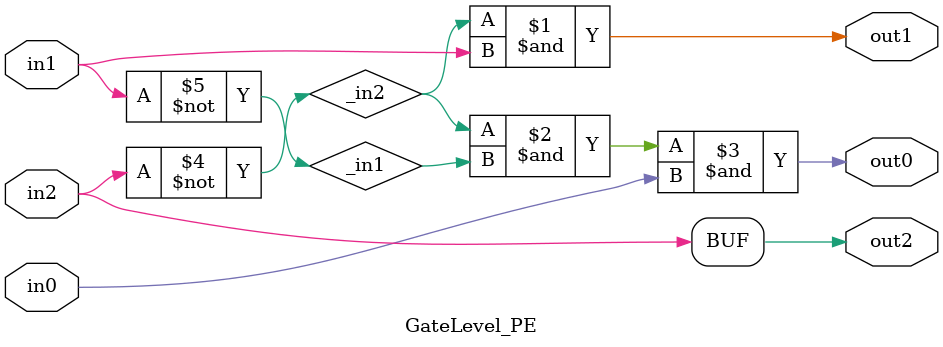
<source format=v>
`timescale 1ns / 1ps
module GateLevel_PE(
    input wire in2,
    input wire in1,
    input wire in0,
    output wire out2,
    output wire out1,
    output wire out0
    );

	wire _in2, _in1, _in0;					// Inversions of inputs
	
	not not_1 (_in2, in2);
	not not_2 (_in1, in1);
	not not_3 (_in0, in0);
	
	buf buf_1 (out2, in2);					// out2 = in2
	and and_1 (out1, _in2, in1);			// out1 = _in2 . in1
	and and_2 (out0, _in2, _in1, in0);	// out0 = _in2 . _in1 . in0

endmodule

</source>
